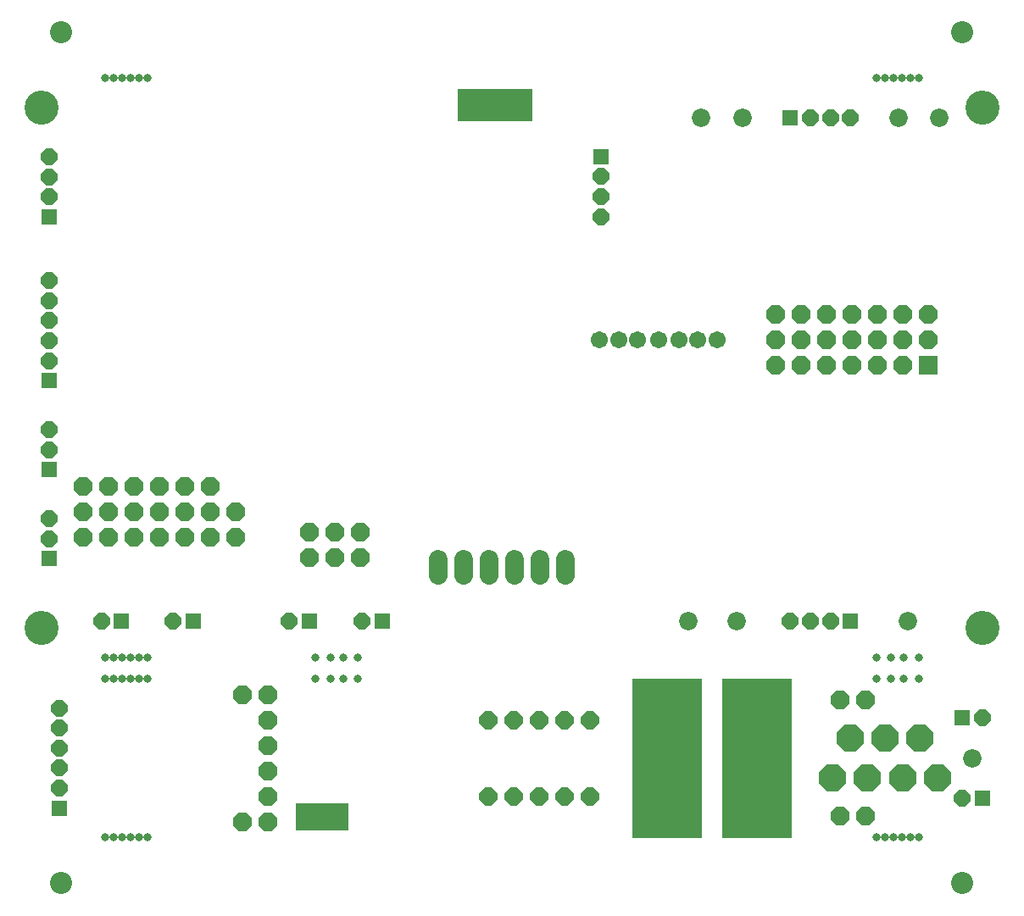
<source format=gbr>
G04 EAGLE Gerber RS-274X export*
G75*
%MOMM*%
%FSLAX34Y34*%
%LPD*%
%INSoldermask Bottom*%
%IPPOS*%
%AMOC8*
5,1,8,0,0,1.08239X$1,22.5*%
G01*
%ADD10C,3.403200*%
%ADD11R,7.540625X3.254375*%
%ADD12C,2.203200*%
%ADD13C,0.803200*%
%ADD14R,7.000000X16.000000*%
%ADD15R,1.625600X1.625600*%
%ADD16P,1.759533X8X202.500000*%
%ADD17P,1.759533X8X22.500000*%
%ADD18P,1.979475X8X202.500000*%
%ADD19R,1.828800X1.828800*%
%ADD20P,1.979475X8X292.500000*%
%ADD21P,1.759533X8X112.500000*%
%ADD22P,1.979475X8X22.500000*%
%ADD23P,1.759533X8X292.500000*%
%ADD24C,1.828800*%
%ADD25P,2.969212X8X22.500000*%
%ADD26C,1.832800*%
%ADD27P,1.929685X8X112.500000*%
%ADD28P,1.979475X8X112.500000*%
%ADD29R,5.283200X2.743200*%
%ADD30C,1.711200*%


D10*
X30000Y800031D03*
X970000Y800031D03*
X30000Y280031D03*
X970000Y280031D03*
D11*
X482997Y802878D03*
D12*
X50000Y875031D03*
X950000Y875031D03*
X950000Y25031D03*
X50000Y25031D03*
D13*
X906250Y829531D03*
X863750Y829531D03*
X872250Y829531D03*
X880750Y829531D03*
X889250Y829531D03*
X897750Y829531D03*
X136250Y829531D03*
X93750Y829531D03*
X102250Y829531D03*
X110750Y829531D03*
X119250Y829531D03*
X127750Y829531D03*
X136250Y250531D03*
X93750Y250531D03*
X102250Y250531D03*
X110750Y250531D03*
X119250Y250531D03*
X127750Y250531D03*
X906250Y250531D03*
X863750Y250531D03*
X878417Y250531D03*
X891584Y250531D03*
X136250Y229531D03*
X93750Y229531D03*
X102250Y229531D03*
X110750Y229531D03*
X119250Y229531D03*
X127750Y229531D03*
X136250Y70531D03*
X93750Y70531D03*
X102250Y70531D03*
X110750Y70531D03*
X119250Y70531D03*
X127750Y70531D03*
X906250Y229531D03*
X863750Y229531D03*
X878417Y229531D03*
X891583Y229531D03*
X906250Y70531D03*
X863750Y70531D03*
X872250Y70531D03*
X880750Y70531D03*
X889250Y70531D03*
X897750Y70531D03*
X346250Y250531D03*
X303750Y250531D03*
X318417Y250531D03*
X331584Y250531D03*
X346250Y229531D03*
X303750Y229531D03*
X318417Y229531D03*
X331583Y229531D03*
D14*
X655000Y150000D03*
X745000Y150000D03*
D15*
X589026Y751011D03*
D16*
X589026Y731011D03*
X589026Y711011D03*
X589026Y691011D03*
D15*
X38100Y690725D03*
D17*
X38100Y710725D03*
X38100Y730725D03*
X38100Y750725D03*
D18*
X915988Y592931D03*
X915988Y567531D03*
X890588Y592931D03*
X890588Y567531D03*
X865188Y592931D03*
X865188Y567531D03*
X839788Y592931D03*
X839788Y567531D03*
X814388Y592931D03*
X814388Y567531D03*
X788988Y592931D03*
X788988Y567531D03*
X763588Y592931D03*
X763588Y567531D03*
D19*
X915988Y542131D03*
D20*
X890588Y542131D03*
X865188Y542131D03*
X839788Y542131D03*
X814388Y542131D03*
X788988Y542131D03*
X763588Y542131D03*
D15*
X297338Y286544D03*
D21*
X277338Y286544D03*
D15*
X370363Y286544D03*
D21*
X350363Y286544D03*
D15*
X181450Y286544D03*
D21*
X161450Y286544D03*
D15*
X110013Y286544D03*
D21*
X90013Y286544D03*
D22*
X71438Y370681D03*
X71438Y396081D03*
X96838Y370681D03*
X96838Y396081D03*
X122238Y370681D03*
X122238Y396081D03*
X147638Y370681D03*
X147638Y396081D03*
X173038Y370681D03*
X173038Y396081D03*
X198438Y370681D03*
X198438Y396081D03*
X223838Y370681D03*
X223838Y396081D03*
D20*
X198438Y421481D03*
X173038Y421481D03*
X147638Y421481D03*
X122238Y421481D03*
X96838Y421481D03*
X71438Y421481D03*
D15*
X38100Y437994D03*
D17*
X38100Y457994D03*
X38100Y477994D03*
D15*
X38100Y349094D03*
D17*
X38100Y369094D03*
X38100Y389094D03*
D15*
X778038Y789781D03*
D23*
X798038Y789781D03*
X818038Y789781D03*
X838038Y789781D03*
D15*
X838038Y286544D03*
D21*
X818038Y286544D03*
X798038Y286544D03*
X778038Y286544D03*
D15*
X38100Y527056D03*
D17*
X38100Y547056D03*
X38100Y567056D03*
X38100Y587056D03*
X38100Y607056D03*
X38100Y627056D03*
D24*
X426244Y348647D02*
X426244Y332391D01*
X451644Y332391D02*
X451644Y348647D01*
X477044Y348647D02*
X477044Y332391D01*
X502444Y332391D02*
X502444Y348647D01*
X527844Y348647D02*
X527844Y332391D01*
X553244Y332391D02*
X553244Y348647D01*
D25*
X820000Y130031D03*
X837500Y170031D03*
X855000Y130031D03*
X872500Y170031D03*
X890000Y130031D03*
X907500Y170031D03*
X925000Y130031D03*
D18*
X348456Y375444D03*
X348456Y350044D03*
X323056Y375444D03*
X323056Y350044D03*
X297656Y375444D03*
X297656Y350044D03*
D26*
X960000Y150000D03*
X688975Y789781D03*
X730250Y789781D03*
X885825Y789781D03*
X927100Y789781D03*
X724694Y286544D03*
X676275Y286544D03*
X895350Y286544D03*
D15*
X949969Y190000D03*
D23*
X969969Y190000D03*
D27*
X476500Y111931D03*
X501900Y111931D03*
X552700Y188131D03*
X527300Y188131D03*
X527300Y111931D03*
X552700Y111931D03*
X578100Y188131D03*
X578100Y111931D03*
X501900Y188131D03*
X476500Y188131D03*
D28*
X827300Y91856D03*
X852700Y91856D03*
X827300Y208206D03*
X852700Y208206D03*
D29*
X310720Y91301D03*
D15*
X48000Y100000D03*
D17*
X48000Y120000D03*
X48000Y140000D03*
X48000Y160000D03*
X48000Y180000D03*
X48000Y200000D03*
D15*
X970000Y110000D03*
D21*
X950000Y110000D03*
D18*
X256413Y111601D03*
X256413Y137001D03*
X256413Y162401D03*
X256413Y187801D03*
D28*
X231013Y86201D03*
X256413Y86201D03*
D20*
X256413Y213201D03*
X231013Y213201D03*
D30*
X587375Y567531D03*
X606425Y567531D03*
X625475Y567531D03*
X646113Y567531D03*
X685800Y567531D03*
X704850Y567531D03*
X666750Y567531D03*
M02*

</source>
